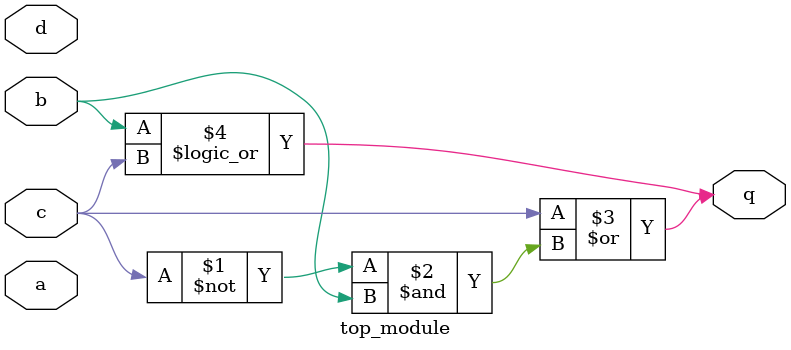
<source format=v>
module top_module (
    input a,
    input b,
    input c,
    input d,
    output q );//

    // Solution1 (Mine)
    assign q = c | ~c&b;

    // Solution2 
    assign q = (b || c); // Fix me

endmodule

</source>
